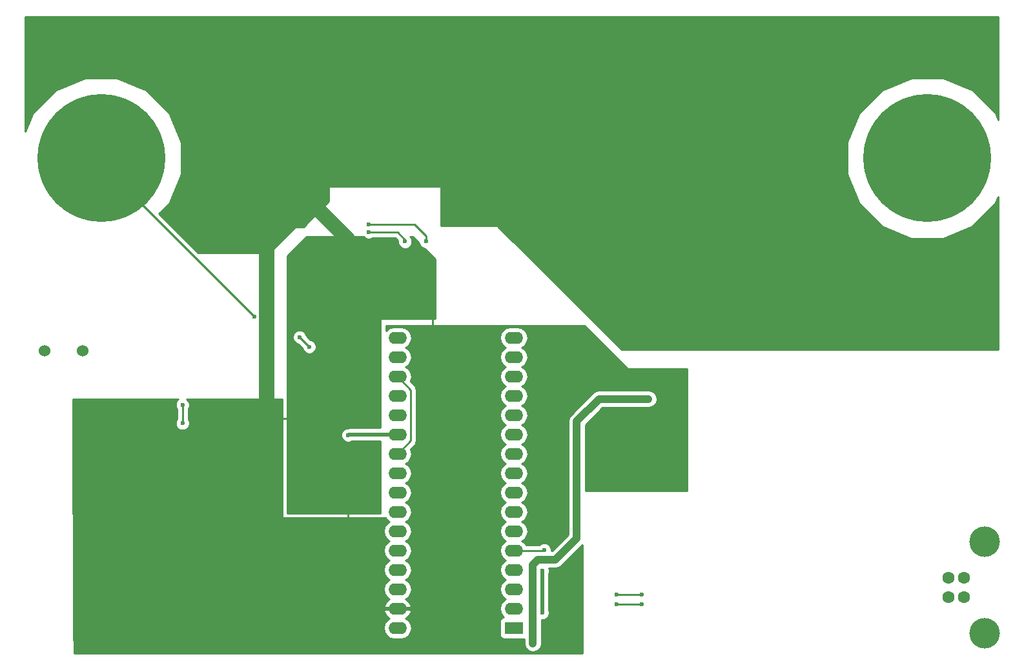
<source format=gbl>
G04 #@! TF.FileFunction,Copper,L2,Bot,Signal*
%FSLAX46Y46*%
G04 Gerber Fmt 4.6, Leading zero omitted, Abs format (unit mm)*
G04 Created by KiCad (PCBNEW 4.0.4-stable) date 04/19/17 19:13:54*
%MOMM*%
%LPD*%
G01*
G04 APERTURE LIST*
%ADD10C,0.100000*%
%ADD11C,1.600000*%
%ADD12C,4.000000*%
%ADD13C,0.200000*%
%ADD14C,1.200000*%
%ADD15R,2.400000X1.600000*%
%ADD16O,2.400000X1.600000*%
%ADD17C,1.524000*%
%ADD18C,16.800000*%
%ADD19C,0.600000*%
%ADD20C,0.250000*%
%ADD21C,2.000000*%
%ADD22C,1.000000*%
%ADD23C,0.500000*%
%ADD24C,0.254000*%
G04 APERTURE END LIST*
D10*
D11*
X199771000Y-122448000D03*
X199771000Y-124948000D03*
X201771000Y-124948000D03*
X201771000Y-122448000D03*
D12*
X204471000Y-117698000D03*
X204471000Y-129698000D03*
D13*
X132080000Y-89408000D03*
X132080000Y-88265000D03*
X121031000Y-114554000D03*
X121031000Y-113919000D03*
D14*
X181069000Y-69495000D03*
X176069000Y-69495000D03*
X171069000Y-69495000D03*
X181069000Y-55245000D03*
X176069000Y-55245000D03*
X171069000Y-55245000D03*
X146525000Y-74575000D03*
X141525000Y-74575000D03*
X136525000Y-74575000D03*
X146525000Y-60325000D03*
X141525000Y-60325000D03*
X136525000Y-60325000D03*
D15*
X142750000Y-129000000D03*
D16*
X127510000Y-90900000D03*
X142750000Y-126460000D03*
X127510000Y-93440000D03*
X142750000Y-123920000D03*
X127510000Y-95980000D03*
X142750000Y-121380000D03*
X127510000Y-98520000D03*
X142750000Y-118840000D03*
X127510000Y-101060000D03*
X142750000Y-116300000D03*
X127510000Y-103600000D03*
X142750000Y-113760000D03*
X127510000Y-106140000D03*
X142750000Y-111220000D03*
X127510000Y-108680000D03*
X142750000Y-108680000D03*
X127510000Y-111220000D03*
X142750000Y-106140000D03*
X127510000Y-113760000D03*
X142750000Y-103600000D03*
X127510000Y-116300000D03*
X142750000Y-101060000D03*
X127510000Y-118840000D03*
X142750000Y-98520000D03*
X127510000Y-121380000D03*
X142750000Y-95980000D03*
X127510000Y-123920000D03*
X142750000Y-93440000D03*
X127510000Y-126460000D03*
X142750000Y-90900000D03*
X127510000Y-129000000D03*
D17*
X81193000Y-92583000D03*
X86193000Y-92583000D03*
D18*
X88646000Y-67310000D03*
X110363000Y-67310000D03*
X196977000Y-67310000D03*
D14*
X159639000Y-89916000D03*
D13*
X112014000Y-101473000D03*
X113157000Y-101473000D03*
D19*
X115951000Y-92075000D03*
X114681000Y-90805000D03*
X108712000Y-88138000D03*
X93218000Y-101092000D03*
X123190000Y-80899000D03*
X125222000Y-79629000D03*
X167513000Y-87122000D03*
X168402000Y-87122000D03*
X168402000Y-88138000D03*
X167513000Y-88138000D03*
X154432000Y-84582000D03*
X155702000Y-84582000D03*
X155702000Y-85598000D03*
X154432000Y-85598000D03*
X118491000Y-107014000D03*
X121031000Y-107664000D03*
X100250000Y-119250000D03*
X101250000Y-119250000D03*
X157500000Y-95750000D03*
X157500000Y-96750000D03*
X158000000Y-96250000D03*
X116750000Y-78750000D03*
X114250000Y-112250000D03*
X111000000Y-120750000D03*
X108000000Y-122750000D03*
X105750000Y-110000000D03*
X91000000Y-106250000D03*
X105750000Y-106000000D03*
X162500000Y-101500000D03*
X99314000Y-99695000D03*
X99314000Y-102108000D03*
X121031000Y-103664000D03*
X160401000Y-98933000D03*
X145250000Y-131000000D03*
X145250000Y-123250000D03*
X146500000Y-121500000D03*
X146500000Y-127000000D03*
X159512000Y-124587000D03*
X156210000Y-124587000D03*
X159512000Y-125857000D03*
X156210000Y-125857000D03*
X146750000Y-118750000D03*
X128500000Y-78250000D03*
X123750000Y-77000000D03*
X131250000Y-78250000D03*
X123750000Y-76000000D03*
D20*
X115951000Y-92075000D02*
X114681000Y-90805000D01*
X108712000Y-88138000D02*
X88646000Y-68072000D01*
X88646000Y-68072000D02*
X88646000Y-67310000D01*
X88646000Y-70993000D02*
X88646000Y-67310000D01*
X88646000Y-71628000D02*
X88646000Y-67310000D01*
X132080000Y-88265000D02*
X132080000Y-89408000D01*
X121031000Y-113792000D02*
X121031000Y-114554000D01*
X112014000Y-101473000D02*
X113157000Y-101473000D01*
D21*
X110363000Y-67310000D02*
X110363000Y-100330000D01*
X120904000Y-93091000D02*
X120904000Y-77851000D01*
X120904000Y-77851000D02*
X110363000Y-67310000D01*
D22*
X118491000Y-107014000D02*
X118491000Y-107061000D01*
X121031000Y-107664000D02*
X121031000Y-107696000D01*
D20*
X99314000Y-99695000D02*
X99314000Y-102108000D01*
D23*
X127510000Y-103600000D02*
X121095000Y-103600000D01*
X121095000Y-103600000D02*
X121031000Y-103664000D01*
D22*
X145250000Y-123250000D02*
X145250000Y-120688000D01*
X153924000Y-98933000D02*
X160401000Y-98933000D01*
X151003000Y-101854000D02*
X153924000Y-98933000D01*
X151003000Y-117221000D02*
X151003000Y-101854000D01*
X148209000Y-120015000D02*
X151003000Y-117221000D01*
X145923000Y-120015000D02*
X148209000Y-120015000D01*
X145250000Y-120688000D02*
X145923000Y-120015000D01*
X145250000Y-123250000D02*
X145250000Y-131000000D01*
D23*
X146500000Y-126750000D02*
X146500000Y-121500000D01*
X146500000Y-127000000D02*
X146500000Y-126750000D01*
D20*
X156210000Y-124587000D02*
X159512000Y-124587000D01*
X156210000Y-125857000D02*
X159512000Y-125857000D01*
X127510000Y-95980000D02*
X127510000Y-96010000D01*
X127510000Y-96010000D02*
X129250000Y-97750000D01*
X129250000Y-104400000D02*
X127510000Y-106140000D01*
X129250000Y-97750000D02*
X129250000Y-104400000D01*
X146660000Y-118840000D02*
X142750000Y-118840000D01*
X146750000Y-118750000D02*
X146660000Y-118840000D01*
X128500000Y-78000000D02*
X128500000Y-78250000D01*
X127500000Y-77000000D02*
X128500000Y-78000000D01*
X123750000Y-77000000D02*
X127500000Y-77000000D01*
X131250000Y-77500000D02*
X131250000Y-78250000D01*
X129750000Y-76000000D02*
X131250000Y-77500000D01*
X123750000Y-76000000D02*
X129750000Y-76000000D01*
D24*
G36*
X206290000Y-62282720D02*
X205906560Y-61354724D01*
X202947852Y-58390848D01*
X199080136Y-56784831D01*
X194892237Y-56781177D01*
X191021724Y-58380440D01*
X188057848Y-61339148D01*
X186451831Y-65206864D01*
X186448177Y-69394763D01*
X188047440Y-73265276D01*
X191006148Y-76229152D01*
X194873864Y-77835169D01*
X199061763Y-77838823D01*
X202932276Y-76239560D01*
X205896152Y-73280852D01*
X206290000Y-72332361D01*
X206290000Y-92456000D01*
X156897606Y-92456000D01*
X140678803Y-76237197D01*
X140636789Y-76209334D01*
X140589000Y-76200000D01*
X133223000Y-76200000D01*
X133223000Y-71120000D01*
X133212994Y-71070590D01*
X133184553Y-71028965D01*
X133142159Y-71001685D01*
X133096000Y-70993000D01*
X118618000Y-70993000D01*
X118568590Y-71003006D01*
X118526965Y-71031447D01*
X118499685Y-71073841D01*
X118491000Y-71120000D01*
X118491000Y-72972394D01*
X115136394Y-76327000D01*
X114173000Y-76327000D01*
X114123590Y-76337006D01*
X114083197Y-76364197D01*
X110691394Y-79756000D01*
X101404802Y-79756000D01*
X96246253Y-74597451D01*
X97565152Y-73280852D01*
X99171169Y-69413136D01*
X99171956Y-68510550D01*
X102783022Y-68510550D01*
X103819444Y-71319895D01*
X104154228Y-71820936D01*
X104782009Y-72890991D01*
X105852064Y-73518772D01*
X108571432Y-74772417D01*
X111563550Y-74889978D01*
X114372895Y-73853556D01*
X114873936Y-73518772D01*
X115943991Y-72890991D01*
X116571772Y-71820936D01*
X117825417Y-69101568D01*
X117942978Y-66109450D01*
X116906556Y-63300105D01*
X116571772Y-62799064D01*
X115943991Y-61729009D01*
X114873936Y-61101228D01*
X112154568Y-59847583D01*
X109162450Y-59730022D01*
X106353105Y-60766444D01*
X105852064Y-61101228D01*
X104782009Y-61729009D01*
X104154228Y-62799064D01*
X102900583Y-65518432D01*
X102783022Y-68510550D01*
X99171956Y-68510550D01*
X99174823Y-65225237D01*
X97575560Y-61354724D01*
X94616852Y-58390848D01*
X90749136Y-56784831D01*
X86561237Y-56781177D01*
X82690724Y-58380440D01*
X79726848Y-61339148D01*
X78710000Y-63787988D01*
X78710000Y-48710000D01*
X206290000Y-48710000D01*
X206290000Y-62282720D01*
X206290000Y-62282720D01*
G37*
X206290000Y-62282720D02*
X205906560Y-61354724D01*
X202947852Y-58390848D01*
X199080136Y-56784831D01*
X194892237Y-56781177D01*
X191021724Y-58380440D01*
X188057848Y-61339148D01*
X186451831Y-65206864D01*
X186448177Y-69394763D01*
X188047440Y-73265276D01*
X191006148Y-76229152D01*
X194873864Y-77835169D01*
X199061763Y-77838823D01*
X202932276Y-76239560D01*
X205896152Y-73280852D01*
X206290000Y-72332361D01*
X206290000Y-92456000D01*
X156897606Y-92456000D01*
X140678803Y-76237197D01*
X140636789Y-76209334D01*
X140589000Y-76200000D01*
X133223000Y-76200000D01*
X133223000Y-71120000D01*
X133212994Y-71070590D01*
X133184553Y-71028965D01*
X133142159Y-71001685D01*
X133096000Y-70993000D01*
X118618000Y-70993000D01*
X118568590Y-71003006D01*
X118526965Y-71031447D01*
X118499685Y-71073841D01*
X118491000Y-71120000D01*
X118491000Y-72972394D01*
X115136394Y-76327000D01*
X114173000Y-76327000D01*
X114123590Y-76337006D01*
X114083197Y-76364197D01*
X110691394Y-79756000D01*
X101404802Y-79756000D01*
X96246253Y-74597451D01*
X97565152Y-73280852D01*
X99171169Y-69413136D01*
X99171956Y-68510550D01*
X102783022Y-68510550D01*
X103819444Y-71319895D01*
X104154228Y-71820936D01*
X104782009Y-72890991D01*
X105852064Y-73518772D01*
X108571432Y-74772417D01*
X111563550Y-74889978D01*
X114372895Y-73853556D01*
X114873936Y-73518772D01*
X115943991Y-72890991D01*
X116571772Y-71820936D01*
X117825417Y-69101568D01*
X117942978Y-66109450D01*
X116906556Y-63300105D01*
X116571772Y-62799064D01*
X115943991Y-61729009D01*
X114873936Y-61101228D01*
X112154568Y-59847583D01*
X109162450Y-59730022D01*
X106353105Y-60766444D01*
X105852064Y-61101228D01*
X104782009Y-61729009D01*
X104154228Y-62799064D01*
X102900583Y-65518432D01*
X102783022Y-68510550D01*
X99171956Y-68510550D01*
X99174823Y-65225237D01*
X97575560Y-61354724D01*
X94616852Y-58390848D01*
X90749136Y-56784831D01*
X86561237Y-56781177D01*
X82690724Y-58380440D01*
X79726848Y-61339148D01*
X78710000Y-63787988D01*
X78710000Y-48710000D01*
X206290000Y-48710000D01*
X206290000Y-62282720D01*
G36*
X123219673Y-77792192D02*
X123563201Y-77934838D01*
X123935167Y-77935162D01*
X124278943Y-77793117D01*
X124312118Y-77760000D01*
X127185198Y-77760000D01*
X127565095Y-78139897D01*
X127564838Y-78435167D01*
X127706883Y-78778943D01*
X127969673Y-79042192D01*
X128313201Y-79184838D01*
X128685167Y-79185162D01*
X129028943Y-79043117D01*
X129292192Y-78780327D01*
X129434838Y-78436799D01*
X129435162Y-78064833D01*
X129293117Y-77721057D01*
X129169276Y-77597000D01*
X129487394Y-77597000D01*
X130314847Y-78424453D01*
X130314838Y-78435167D01*
X130456883Y-78778943D01*
X130719673Y-79042192D01*
X131063201Y-79184838D01*
X131075242Y-79184848D01*
X132461000Y-80570606D01*
X132461000Y-88392000D01*
X125349000Y-88392000D01*
X125299590Y-88402006D01*
X125257965Y-88430447D01*
X125230685Y-88472841D01*
X125222000Y-88519000D01*
X125222000Y-102715000D01*
X121095005Y-102715000D01*
X121095000Y-102714999D01*
X121024645Y-102728994D01*
X120845833Y-102728838D01*
X120502057Y-102870883D01*
X120238808Y-103133673D01*
X120096162Y-103477201D01*
X120095838Y-103849167D01*
X120237883Y-104192943D01*
X120500673Y-104456192D01*
X120844201Y-104598838D01*
X121216167Y-104599162D01*
X121492461Y-104485000D01*
X125222000Y-104485000D01*
X125222000Y-113919000D01*
X113030000Y-113919000D01*
X113030000Y-90990167D01*
X113745838Y-90990167D01*
X113887883Y-91333943D01*
X114150673Y-91597192D01*
X114494201Y-91739838D01*
X114541077Y-91739879D01*
X115015878Y-92214680D01*
X115015838Y-92260167D01*
X115157883Y-92603943D01*
X115420673Y-92867192D01*
X115764201Y-93009838D01*
X116136167Y-93010162D01*
X116479943Y-92868117D01*
X116743192Y-92605327D01*
X116885838Y-92261799D01*
X116886162Y-91889833D01*
X116744117Y-91546057D01*
X116481327Y-91282808D01*
X116137799Y-91140162D01*
X116090923Y-91140121D01*
X115616122Y-90665320D01*
X115616162Y-90619833D01*
X115474117Y-90276057D01*
X115211327Y-90012808D01*
X114867799Y-89870162D01*
X114495833Y-89869838D01*
X114152057Y-90011883D01*
X113888808Y-90274673D01*
X113746162Y-90618201D01*
X113745838Y-90990167D01*
X113030000Y-90990167D01*
X113030000Y-80189606D01*
X115622606Y-77597000D01*
X123024821Y-77597000D01*
X123219673Y-77792192D01*
X123219673Y-77792192D01*
G37*
X123219673Y-77792192D02*
X123563201Y-77934838D01*
X123935167Y-77935162D01*
X124278943Y-77793117D01*
X124312118Y-77760000D01*
X127185198Y-77760000D01*
X127565095Y-78139897D01*
X127564838Y-78435167D01*
X127706883Y-78778943D01*
X127969673Y-79042192D01*
X128313201Y-79184838D01*
X128685167Y-79185162D01*
X129028943Y-79043117D01*
X129292192Y-78780327D01*
X129434838Y-78436799D01*
X129435162Y-78064833D01*
X129293117Y-77721057D01*
X129169276Y-77597000D01*
X129487394Y-77597000D01*
X130314847Y-78424453D01*
X130314838Y-78435167D01*
X130456883Y-78778943D01*
X130719673Y-79042192D01*
X131063201Y-79184838D01*
X131075242Y-79184848D01*
X132461000Y-80570606D01*
X132461000Y-88392000D01*
X125349000Y-88392000D01*
X125299590Y-88402006D01*
X125257965Y-88430447D01*
X125230685Y-88472841D01*
X125222000Y-88519000D01*
X125222000Y-102715000D01*
X121095005Y-102715000D01*
X121095000Y-102714999D01*
X121024645Y-102728994D01*
X120845833Y-102728838D01*
X120502057Y-102870883D01*
X120238808Y-103133673D01*
X120096162Y-103477201D01*
X120095838Y-103849167D01*
X120237883Y-104192943D01*
X120500673Y-104456192D01*
X120844201Y-104598838D01*
X121216167Y-104599162D01*
X121492461Y-104485000D01*
X125222000Y-104485000D01*
X125222000Y-113919000D01*
X113030000Y-113919000D01*
X113030000Y-90990167D01*
X113745838Y-90990167D01*
X113887883Y-91333943D01*
X114150673Y-91597192D01*
X114494201Y-91739838D01*
X114541077Y-91739879D01*
X115015878Y-92214680D01*
X115015838Y-92260167D01*
X115157883Y-92603943D01*
X115420673Y-92867192D01*
X115764201Y-93009838D01*
X116136167Y-93010162D01*
X116479943Y-92868117D01*
X116743192Y-92605327D01*
X116885838Y-92261799D01*
X116886162Y-91889833D01*
X116744117Y-91546057D01*
X116481327Y-91282808D01*
X116137799Y-91140162D01*
X116090923Y-91140121D01*
X115616122Y-90665320D01*
X115616162Y-90619833D01*
X115474117Y-90276057D01*
X115211327Y-90012808D01*
X114867799Y-89870162D01*
X114495833Y-89869838D01*
X114152057Y-90011883D01*
X113888808Y-90274673D01*
X113746162Y-90618201D01*
X113745838Y-90990167D01*
X113030000Y-90990167D01*
X113030000Y-80189606D01*
X115622606Y-77597000D01*
X123024821Y-77597000D01*
X123219673Y-77792192D01*
G36*
X157644197Y-94958803D02*
X157686211Y-94986666D01*
X157734000Y-94996000D01*
X165481000Y-94996000D01*
X165481000Y-110998000D01*
X152138000Y-110998000D01*
X152138000Y-102324132D01*
X154394132Y-100068000D01*
X160401000Y-100068000D01*
X160835346Y-99981603D01*
X161203566Y-99735566D01*
X161449603Y-99367346D01*
X161536000Y-98933000D01*
X161449603Y-98498654D01*
X161203566Y-98130434D01*
X160835346Y-97884397D01*
X160401000Y-97798000D01*
X153924000Y-97798000D01*
X153489654Y-97884397D01*
X153360270Y-97970849D01*
X153121434Y-98130434D01*
X150200434Y-101051434D01*
X149954397Y-101419654D01*
X149868000Y-101854000D01*
X149868000Y-116750868D01*
X147738868Y-118880000D01*
X147684887Y-118880000D01*
X147685162Y-118564833D01*
X147543117Y-118221057D01*
X147280327Y-117957808D01*
X146936799Y-117815162D01*
X146564833Y-117814838D01*
X146221057Y-117956883D01*
X146097725Y-118080000D01*
X144370832Y-118080000D01*
X144200648Y-117825302D01*
X143818562Y-117570000D01*
X144200648Y-117314698D01*
X144511717Y-116849151D01*
X144620950Y-116300000D01*
X144511717Y-115750849D01*
X144200648Y-115285302D01*
X143818562Y-115030000D01*
X144200648Y-114774698D01*
X144511717Y-114309151D01*
X144620950Y-113760000D01*
X144511717Y-113210849D01*
X144200648Y-112745302D01*
X143818562Y-112490000D01*
X144200648Y-112234698D01*
X144511717Y-111769151D01*
X144620950Y-111220000D01*
X144511717Y-110670849D01*
X144200648Y-110205302D01*
X143818562Y-109950000D01*
X144200648Y-109694698D01*
X144511717Y-109229151D01*
X144620950Y-108680000D01*
X144511717Y-108130849D01*
X144200648Y-107665302D01*
X143818562Y-107410000D01*
X144200648Y-107154698D01*
X144511717Y-106689151D01*
X144620950Y-106140000D01*
X144511717Y-105590849D01*
X144200648Y-105125302D01*
X143818562Y-104870000D01*
X144200648Y-104614698D01*
X144511717Y-104149151D01*
X144620950Y-103600000D01*
X144511717Y-103050849D01*
X144200648Y-102585302D01*
X143818562Y-102330000D01*
X144200648Y-102074698D01*
X144511717Y-101609151D01*
X144620950Y-101060000D01*
X144511717Y-100510849D01*
X144200648Y-100045302D01*
X143818562Y-99790000D01*
X144200648Y-99534698D01*
X144511717Y-99069151D01*
X144620950Y-98520000D01*
X144511717Y-97970849D01*
X144200648Y-97505302D01*
X143818562Y-97250000D01*
X144200648Y-96994698D01*
X144511717Y-96529151D01*
X144620950Y-95980000D01*
X144511717Y-95430849D01*
X144200648Y-94965302D01*
X143818562Y-94710000D01*
X144200648Y-94454698D01*
X144511717Y-93989151D01*
X144620950Y-93440000D01*
X144511717Y-92890849D01*
X144200648Y-92425302D01*
X143818562Y-92170000D01*
X144200648Y-91914698D01*
X144511717Y-91449151D01*
X144620950Y-90900000D01*
X144511717Y-90350849D01*
X144200648Y-89885302D01*
X143735101Y-89574233D01*
X143185950Y-89465000D01*
X142314050Y-89465000D01*
X141764899Y-89574233D01*
X141299352Y-89885302D01*
X140988283Y-90350849D01*
X140879050Y-90900000D01*
X140988283Y-91449151D01*
X141299352Y-91914698D01*
X141681438Y-92170000D01*
X141299352Y-92425302D01*
X140988283Y-92890849D01*
X140879050Y-93440000D01*
X140988283Y-93989151D01*
X141299352Y-94454698D01*
X141681438Y-94710000D01*
X141299352Y-94965302D01*
X140988283Y-95430849D01*
X140879050Y-95980000D01*
X140988283Y-96529151D01*
X141299352Y-96994698D01*
X141681438Y-97250000D01*
X141299352Y-97505302D01*
X140988283Y-97970849D01*
X140879050Y-98520000D01*
X140988283Y-99069151D01*
X141299352Y-99534698D01*
X141681438Y-99790000D01*
X141299352Y-100045302D01*
X140988283Y-100510849D01*
X140879050Y-101060000D01*
X140988283Y-101609151D01*
X141299352Y-102074698D01*
X141681438Y-102330000D01*
X141299352Y-102585302D01*
X140988283Y-103050849D01*
X140879050Y-103600000D01*
X140988283Y-104149151D01*
X141299352Y-104614698D01*
X141681438Y-104870000D01*
X141299352Y-105125302D01*
X140988283Y-105590849D01*
X140879050Y-106140000D01*
X140988283Y-106689151D01*
X141299352Y-107154698D01*
X141681438Y-107410000D01*
X141299352Y-107665302D01*
X140988283Y-108130849D01*
X140879050Y-108680000D01*
X140988283Y-109229151D01*
X141299352Y-109694698D01*
X141681438Y-109950000D01*
X141299352Y-110205302D01*
X140988283Y-110670849D01*
X140879050Y-111220000D01*
X140988283Y-111769151D01*
X141299352Y-112234698D01*
X141681438Y-112490000D01*
X141299352Y-112745302D01*
X140988283Y-113210849D01*
X140879050Y-113760000D01*
X140988283Y-114309151D01*
X141299352Y-114774698D01*
X141681438Y-115030000D01*
X141299352Y-115285302D01*
X140988283Y-115750849D01*
X140879050Y-116300000D01*
X140988283Y-116849151D01*
X141299352Y-117314698D01*
X141681438Y-117570000D01*
X141299352Y-117825302D01*
X140988283Y-118290849D01*
X140879050Y-118840000D01*
X140988283Y-119389151D01*
X141299352Y-119854698D01*
X141681438Y-120110000D01*
X141299352Y-120365302D01*
X140988283Y-120830849D01*
X140879050Y-121380000D01*
X140988283Y-121929151D01*
X141299352Y-122394698D01*
X141681438Y-122650000D01*
X141299352Y-122905302D01*
X140988283Y-123370849D01*
X140879050Y-123920000D01*
X140988283Y-124469151D01*
X141299352Y-124934698D01*
X141681438Y-125190000D01*
X141299352Y-125445302D01*
X140988283Y-125910849D01*
X140879050Y-126460000D01*
X140988283Y-127009151D01*
X141299352Y-127474698D01*
X141445350Y-127572251D01*
X141314683Y-127596838D01*
X141098559Y-127735910D01*
X140953569Y-127948110D01*
X140902560Y-128200000D01*
X140902560Y-129800000D01*
X140946838Y-130035317D01*
X141085910Y-130251441D01*
X141298110Y-130396431D01*
X141550000Y-130447440D01*
X143950000Y-130447440D01*
X144115000Y-130416393D01*
X144115000Y-131000000D01*
X144201397Y-131434346D01*
X144447434Y-131802566D01*
X144815654Y-132048603D01*
X145250000Y-132135000D01*
X145684346Y-132048603D01*
X146052566Y-131802566D01*
X146298603Y-131434346D01*
X146385000Y-131000000D01*
X146385000Y-127934901D01*
X146685167Y-127935162D01*
X147028943Y-127793117D01*
X147292192Y-127530327D01*
X147434838Y-127186799D01*
X147435162Y-126814833D01*
X147385000Y-126693431D01*
X147385000Y-121806822D01*
X147434838Y-121686799D01*
X147435162Y-121314833D01*
X147367055Y-121150000D01*
X148209000Y-121150000D01*
X148643346Y-121063603D01*
X149011566Y-120817566D01*
X151765000Y-118064132D01*
X151765000Y-132290000D01*
X85089356Y-132290000D01*
X85076941Y-129000000D01*
X125639050Y-129000000D01*
X125748283Y-129549151D01*
X126059352Y-130014698D01*
X126524899Y-130325767D01*
X127074050Y-130435000D01*
X127945950Y-130435000D01*
X128495101Y-130325767D01*
X128960648Y-130014698D01*
X129271717Y-129549151D01*
X129380950Y-129000000D01*
X129271717Y-128450849D01*
X128960648Y-127985302D01*
X128582293Y-127732493D01*
X129014500Y-127384896D01*
X129284367Y-126891819D01*
X129301904Y-126809039D01*
X129179915Y-126587000D01*
X127637000Y-126587000D01*
X127637000Y-126607000D01*
X127383000Y-126607000D01*
X127383000Y-126587000D01*
X125840085Y-126587000D01*
X125718096Y-126809039D01*
X125735633Y-126891819D01*
X126005500Y-127384896D01*
X126437707Y-127732493D01*
X126059352Y-127985302D01*
X125748283Y-128450849D01*
X125639050Y-129000000D01*
X85076941Y-129000000D01*
X84963480Y-98933000D01*
X98753886Y-98933000D01*
X98521808Y-99164673D01*
X98379162Y-99508201D01*
X98378838Y-99880167D01*
X98520883Y-100223943D01*
X98554000Y-100257118D01*
X98554000Y-101545537D01*
X98521808Y-101577673D01*
X98379162Y-101921201D01*
X98378838Y-102293167D01*
X98520883Y-102636943D01*
X98783673Y-102900192D01*
X99127201Y-103042838D01*
X99499167Y-103043162D01*
X99842943Y-102901117D01*
X100106192Y-102638327D01*
X100248838Y-102294799D01*
X100249162Y-101922833D01*
X100107117Y-101579057D01*
X100074000Y-101545882D01*
X100074000Y-100257463D01*
X100106192Y-100225327D01*
X100248838Y-99881799D01*
X100249162Y-99509833D01*
X100107117Y-99166057D01*
X99874466Y-98933000D01*
X112395000Y-98933000D01*
X112395000Y-114427000D01*
X112405006Y-114476410D01*
X112433447Y-114518035D01*
X112475841Y-114545315D01*
X112522000Y-114554000D01*
X125857000Y-114554000D01*
X125905344Y-114544210D01*
X126059352Y-114774698D01*
X126441438Y-115030000D01*
X126059352Y-115285302D01*
X125748283Y-115750849D01*
X125639050Y-116300000D01*
X125748283Y-116849151D01*
X126059352Y-117314698D01*
X126441438Y-117570000D01*
X126059352Y-117825302D01*
X125748283Y-118290849D01*
X125639050Y-118840000D01*
X125748283Y-119389151D01*
X126059352Y-119854698D01*
X126441438Y-120110000D01*
X126059352Y-120365302D01*
X125748283Y-120830849D01*
X125639050Y-121380000D01*
X125748283Y-121929151D01*
X126059352Y-122394698D01*
X126441438Y-122650000D01*
X126059352Y-122905302D01*
X125748283Y-123370849D01*
X125639050Y-123920000D01*
X125748283Y-124469151D01*
X126059352Y-124934698D01*
X126437707Y-125187507D01*
X126005500Y-125535104D01*
X125735633Y-126028181D01*
X125718096Y-126110961D01*
X125840085Y-126333000D01*
X127383000Y-126333000D01*
X127383000Y-126313000D01*
X127637000Y-126313000D01*
X127637000Y-126333000D01*
X129179915Y-126333000D01*
X129301904Y-126110961D01*
X129284367Y-126028181D01*
X129014500Y-125535104D01*
X128582293Y-125187507D01*
X128960648Y-124934698D01*
X129271717Y-124469151D01*
X129380950Y-123920000D01*
X129271717Y-123370849D01*
X128960648Y-122905302D01*
X128578562Y-122650000D01*
X128960648Y-122394698D01*
X129271717Y-121929151D01*
X129380950Y-121380000D01*
X129271717Y-120830849D01*
X128960648Y-120365302D01*
X128578562Y-120110000D01*
X128960648Y-119854698D01*
X129271717Y-119389151D01*
X129380950Y-118840000D01*
X129271717Y-118290849D01*
X128960648Y-117825302D01*
X128578562Y-117570000D01*
X128960648Y-117314698D01*
X129271717Y-116849151D01*
X129380950Y-116300000D01*
X129271717Y-115750849D01*
X128960648Y-115285302D01*
X128578562Y-115030000D01*
X128960648Y-114774698D01*
X129271717Y-114309151D01*
X129380950Y-113760000D01*
X129271717Y-113210849D01*
X128960648Y-112745302D01*
X128578562Y-112490000D01*
X128960648Y-112234698D01*
X129271717Y-111769151D01*
X129380950Y-111220000D01*
X129271717Y-110670849D01*
X128960648Y-110205302D01*
X128578562Y-109950000D01*
X128960648Y-109694698D01*
X129271717Y-109229151D01*
X129380950Y-108680000D01*
X129271717Y-108130849D01*
X128960648Y-107665302D01*
X128578562Y-107410000D01*
X128960648Y-107154698D01*
X129271717Y-106689151D01*
X129380950Y-106140000D01*
X129271717Y-105590849D01*
X129216536Y-105508266D01*
X129787401Y-104937401D01*
X129952148Y-104690839D01*
X130010000Y-104400000D01*
X130010000Y-97750000D01*
X129952148Y-97459161D01*
X129787401Y-97212599D01*
X129204520Y-96629718D01*
X129271717Y-96529151D01*
X129380950Y-95980000D01*
X129271717Y-95430849D01*
X128960648Y-94965302D01*
X128578562Y-94710000D01*
X128960648Y-94454698D01*
X129271717Y-93989151D01*
X129380950Y-93440000D01*
X129271717Y-92890849D01*
X128960648Y-92425302D01*
X128578562Y-92170000D01*
X128960648Y-91914698D01*
X129271717Y-91449151D01*
X129380950Y-90900000D01*
X129271717Y-90350849D01*
X128960648Y-89885302D01*
X128495101Y-89574233D01*
X127945950Y-89465000D01*
X127074050Y-89465000D01*
X126524899Y-89574233D01*
X126059352Y-89885302D01*
X125984000Y-89998074D01*
X125984000Y-89281000D01*
X151966394Y-89281000D01*
X157644197Y-94958803D01*
X157644197Y-94958803D01*
G37*
X157644197Y-94958803D02*
X157686211Y-94986666D01*
X157734000Y-94996000D01*
X165481000Y-94996000D01*
X165481000Y-110998000D01*
X152138000Y-110998000D01*
X152138000Y-102324132D01*
X154394132Y-100068000D01*
X160401000Y-100068000D01*
X160835346Y-99981603D01*
X161203566Y-99735566D01*
X161449603Y-99367346D01*
X161536000Y-98933000D01*
X161449603Y-98498654D01*
X161203566Y-98130434D01*
X160835346Y-97884397D01*
X160401000Y-97798000D01*
X153924000Y-97798000D01*
X153489654Y-97884397D01*
X153360270Y-97970849D01*
X153121434Y-98130434D01*
X150200434Y-101051434D01*
X149954397Y-101419654D01*
X149868000Y-101854000D01*
X149868000Y-116750868D01*
X147738868Y-118880000D01*
X147684887Y-118880000D01*
X147685162Y-118564833D01*
X147543117Y-118221057D01*
X147280327Y-117957808D01*
X146936799Y-117815162D01*
X146564833Y-117814838D01*
X146221057Y-117956883D01*
X146097725Y-118080000D01*
X144370832Y-118080000D01*
X144200648Y-117825302D01*
X143818562Y-117570000D01*
X144200648Y-117314698D01*
X144511717Y-116849151D01*
X144620950Y-116300000D01*
X144511717Y-115750849D01*
X144200648Y-115285302D01*
X143818562Y-115030000D01*
X144200648Y-114774698D01*
X144511717Y-114309151D01*
X144620950Y-113760000D01*
X144511717Y-113210849D01*
X144200648Y-112745302D01*
X143818562Y-112490000D01*
X144200648Y-112234698D01*
X144511717Y-111769151D01*
X144620950Y-111220000D01*
X144511717Y-110670849D01*
X144200648Y-110205302D01*
X143818562Y-109950000D01*
X144200648Y-109694698D01*
X144511717Y-109229151D01*
X144620950Y-108680000D01*
X144511717Y-108130849D01*
X144200648Y-107665302D01*
X143818562Y-107410000D01*
X144200648Y-107154698D01*
X144511717Y-106689151D01*
X144620950Y-106140000D01*
X144511717Y-105590849D01*
X144200648Y-105125302D01*
X143818562Y-104870000D01*
X144200648Y-104614698D01*
X144511717Y-104149151D01*
X144620950Y-103600000D01*
X144511717Y-103050849D01*
X144200648Y-102585302D01*
X143818562Y-102330000D01*
X144200648Y-102074698D01*
X144511717Y-101609151D01*
X144620950Y-101060000D01*
X144511717Y-100510849D01*
X144200648Y-100045302D01*
X143818562Y-99790000D01*
X144200648Y-99534698D01*
X144511717Y-99069151D01*
X144620950Y-98520000D01*
X144511717Y-97970849D01*
X144200648Y-97505302D01*
X143818562Y-97250000D01*
X144200648Y-96994698D01*
X144511717Y-96529151D01*
X144620950Y-95980000D01*
X144511717Y-95430849D01*
X144200648Y-94965302D01*
X143818562Y-94710000D01*
X144200648Y-94454698D01*
X144511717Y-93989151D01*
X144620950Y-93440000D01*
X144511717Y-92890849D01*
X144200648Y-92425302D01*
X143818562Y-92170000D01*
X144200648Y-91914698D01*
X144511717Y-91449151D01*
X144620950Y-90900000D01*
X144511717Y-90350849D01*
X144200648Y-89885302D01*
X143735101Y-89574233D01*
X143185950Y-89465000D01*
X142314050Y-89465000D01*
X141764899Y-89574233D01*
X141299352Y-89885302D01*
X140988283Y-90350849D01*
X140879050Y-90900000D01*
X140988283Y-91449151D01*
X141299352Y-91914698D01*
X141681438Y-92170000D01*
X141299352Y-92425302D01*
X140988283Y-92890849D01*
X140879050Y-93440000D01*
X140988283Y-93989151D01*
X141299352Y-94454698D01*
X141681438Y-94710000D01*
X141299352Y-94965302D01*
X140988283Y-95430849D01*
X140879050Y-95980000D01*
X140988283Y-96529151D01*
X141299352Y-96994698D01*
X141681438Y-97250000D01*
X141299352Y-97505302D01*
X140988283Y-97970849D01*
X140879050Y-98520000D01*
X140988283Y-99069151D01*
X141299352Y-99534698D01*
X141681438Y-99790000D01*
X141299352Y-100045302D01*
X140988283Y-100510849D01*
X140879050Y-101060000D01*
X140988283Y-101609151D01*
X141299352Y-102074698D01*
X141681438Y-102330000D01*
X141299352Y-102585302D01*
X140988283Y-103050849D01*
X140879050Y-103600000D01*
X140988283Y-104149151D01*
X141299352Y-104614698D01*
X141681438Y-104870000D01*
X141299352Y-105125302D01*
X140988283Y-105590849D01*
X140879050Y-106140000D01*
X140988283Y-106689151D01*
X141299352Y-107154698D01*
X141681438Y-107410000D01*
X141299352Y-107665302D01*
X140988283Y-108130849D01*
X140879050Y-108680000D01*
X140988283Y-109229151D01*
X141299352Y-109694698D01*
X141681438Y-109950000D01*
X141299352Y-110205302D01*
X140988283Y-110670849D01*
X140879050Y-111220000D01*
X140988283Y-111769151D01*
X141299352Y-112234698D01*
X141681438Y-112490000D01*
X141299352Y-112745302D01*
X140988283Y-113210849D01*
X140879050Y-113760000D01*
X140988283Y-114309151D01*
X141299352Y-114774698D01*
X141681438Y-115030000D01*
X141299352Y-115285302D01*
X140988283Y-115750849D01*
X140879050Y-116300000D01*
X140988283Y-116849151D01*
X141299352Y-117314698D01*
X141681438Y-117570000D01*
X141299352Y-117825302D01*
X140988283Y-118290849D01*
X140879050Y-118840000D01*
X140988283Y-119389151D01*
X141299352Y-119854698D01*
X141681438Y-120110000D01*
X141299352Y-120365302D01*
X140988283Y-120830849D01*
X140879050Y-121380000D01*
X140988283Y-121929151D01*
X141299352Y-122394698D01*
X141681438Y-122650000D01*
X141299352Y-122905302D01*
X140988283Y-123370849D01*
X140879050Y-123920000D01*
X140988283Y-124469151D01*
X141299352Y-124934698D01*
X141681438Y-125190000D01*
X141299352Y-125445302D01*
X140988283Y-125910849D01*
X140879050Y-126460000D01*
X140988283Y-127009151D01*
X141299352Y-127474698D01*
X141445350Y-127572251D01*
X141314683Y-127596838D01*
X141098559Y-127735910D01*
X140953569Y-127948110D01*
X140902560Y-128200000D01*
X140902560Y-129800000D01*
X140946838Y-130035317D01*
X141085910Y-130251441D01*
X141298110Y-130396431D01*
X141550000Y-130447440D01*
X143950000Y-130447440D01*
X144115000Y-130416393D01*
X144115000Y-131000000D01*
X144201397Y-131434346D01*
X144447434Y-131802566D01*
X144815654Y-132048603D01*
X145250000Y-132135000D01*
X145684346Y-132048603D01*
X146052566Y-131802566D01*
X146298603Y-131434346D01*
X146385000Y-131000000D01*
X146385000Y-127934901D01*
X146685167Y-127935162D01*
X147028943Y-127793117D01*
X147292192Y-127530327D01*
X147434838Y-127186799D01*
X147435162Y-126814833D01*
X147385000Y-126693431D01*
X147385000Y-121806822D01*
X147434838Y-121686799D01*
X147435162Y-121314833D01*
X147367055Y-121150000D01*
X148209000Y-121150000D01*
X148643346Y-121063603D01*
X149011566Y-120817566D01*
X151765000Y-118064132D01*
X151765000Y-132290000D01*
X85089356Y-132290000D01*
X85076941Y-129000000D01*
X125639050Y-129000000D01*
X125748283Y-129549151D01*
X126059352Y-130014698D01*
X126524899Y-130325767D01*
X127074050Y-130435000D01*
X127945950Y-130435000D01*
X128495101Y-130325767D01*
X128960648Y-130014698D01*
X129271717Y-129549151D01*
X129380950Y-129000000D01*
X129271717Y-128450849D01*
X128960648Y-127985302D01*
X128582293Y-127732493D01*
X129014500Y-127384896D01*
X129284367Y-126891819D01*
X129301904Y-126809039D01*
X129179915Y-126587000D01*
X127637000Y-126587000D01*
X127637000Y-126607000D01*
X127383000Y-126607000D01*
X127383000Y-126587000D01*
X125840085Y-126587000D01*
X125718096Y-126809039D01*
X125735633Y-126891819D01*
X126005500Y-127384896D01*
X126437707Y-127732493D01*
X126059352Y-127985302D01*
X125748283Y-128450849D01*
X125639050Y-129000000D01*
X85076941Y-129000000D01*
X84963480Y-98933000D01*
X98753886Y-98933000D01*
X98521808Y-99164673D01*
X98379162Y-99508201D01*
X98378838Y-99880167D01*
X98520883Y-100223943D01*
X98554000Y-100257118D01*
X98554000Y-101545537D01*
X98521808Y-101577673D01*
X98379162Y-101921201D01*
X98378838Y-102293167D01*
X98520883Y-102636943D01*
X98783673Y-102900192D01*
X99127201Y-103042838D01*
X99499167Y-103043162D01*
X99842943Y-102901117D01*
X100106192Y-102638327D01*
X100248838Y-102294799D01*
X100249162Y-101922833D01*
X100107117Y-101579057D01*
X100074000Y-101545882D01*
X100074000Y-100257463D01*
X100106192Y-100225327D01*
X100248838Y-99881799D01*
X100249162Y-99509833D01*
X100107117Y-99166057D01*
X99874466Y-98933000D01*
X112395000Y-98933000D01*
X112395000Y-114427000D01*
X112405006Y-114476410D01*
X112433447Y-114518035D01*
X112475841Y-114545315D01*
X112522000Y-114554000D01*
X125857000Y-114554000D01*
X125905344Y-114544210D01*
X126059352Y-114774698D01*
X126441438Y-115030000D01*
X126059352Y-115285302D01*
X125748283Y-115750849D01*
X125639050Y-116300000D01*
X125748283Y-116849151D01*
X126059352Y-117314698D01*
X126441438Y-117570000D01*
X126059352Y-117825302D01*
X125748283Y-118290849D01*
X125639050Y-118840000D01*
X125748283Y-119389151D01*
X126059352Y-119854698D01*
X126441438Y-120110000D01*
X126059352Y-120365302D01*
X125748283Y-120830849D01*
X125639050Y-121380000D01*
X125748283Y-121929151D01*
X126059352Y-122394698D01*
X126441438Y-122650000D01*
X126059352Y-122905302D01*
X125748283Y-123370849D01*
X125639050Y-123920000D01*
X125748283Y-124469151D01*
X126059352Y-124934698D01*
X126437707Y-125187507D01*
X126005500Y-125535104D01*
X125735633Y-126028181D01*
X125718096Y-126110961D01*
X125840085Y-126333000D01*
X127383000Y-126333000D01*
X127383000Y-126313000D01*
X127637000Y-126313000D01*
X127637000Y-126333000D01*
X129179915Y-126333000D01*
X129301904Y-126110961D01*
X129284367Y-126028181D01*
X129014500Y-125535104D01*
X128582293Y-125187507D01*
X128960648Y-124934698D01*
X129271717Y-124469151D01*
X129380950Y-123920000D01*
X129271717Y-123370849D01*
X128960648Y-122905302D01*
X128578562Y-122650000D01*
X128960648Y-122394698D01*
X129271717Y-121929151D01*
X129380950Y-121380000D01*
X129271717Y-120830849D01*
X128960648Y-120365302D01*
X128578562Y-120110000D01*
X128960648Y-119854698D01*
X129271717Y-119389151D01*
X129380950Y-118840000D01*
X129271717Y-118290849D01*
X128960648Y-117825302D01*
X128578562Y-117570000D01*
X128960648Y-117314698D01*
X129271717Y-116849151D01*
X129380950Y-116300000D01*
X129271717Y-115750849D01*
X128960648Y-115285302D01*
X128578562Y-115030000D01*
X128960648Y-114774698D01*
X129271717Y-114309151D01*
X129380950Y-113760000D01*
X129271717Y-113210849D01*
X128960648Y-112745302D01*
X128578562Y-112490000D01*
X128960648Y-112234698D01*
X129271717Y-111769151D01*
X129380950Y-111220000D01*
X129271717Y-110670849D01*
X128960648Y-110205302D01*
X128578562Y-109950000D01*
X128960648Y-109694698D01*
X129271717Y-109229151D01*
X129380950Y-108680000D01*
X129271717Y-108130849D01*
X128960648Y-107665302D01*
X128578562Y-107410000D01*
X128960648Y-107154698D01*
X129271717Y-106689151D01*
X129380950Y-106140000D01*
X129271717Y-105590849D01*
X129216536Y-105508266D01*
X129787401Y-104937401D01*
X129952148Y-104690839D01*
X130010000Y-104400000D01*
X130010000Y-97750000D01*
X129952148Y-97459161D01*
X129787401Y-97212599D01*
X129204520Y-96629718D01*
X129271717Y-96529151D01*
X129380950Y-95980000D01*
X129271717Y-95430849D01*
X128960648Y-94965302D01*
X128578562Y-94710000D01*
X128960648Y-94454698D01*
X129271717Y-93989151D01*
X129380950Y-93440000D01*
X129271717Y-92890849D01*
X128960648Y-92425302D01*
X128578562Y-92170000D01*
X128960648Y-91914698D01*
X129271717Y-91449151D01*
X129380950Y-90900000D01*
X129271717Y-90350849D01*
X128960648Y-89885302D01*
X128495101Y-89574233D01*
X127945950Y-89465000D01*
X127074050Y-89465000D01*
X126524899Y-89574233D01*
X126059352Y-89885302D01*
X125984000Y-89998074D01*
X125984000Y-89281000D01*
X151966394Y-89281000D01*
X157644197Y-94958803D01*
M02*

</source>
